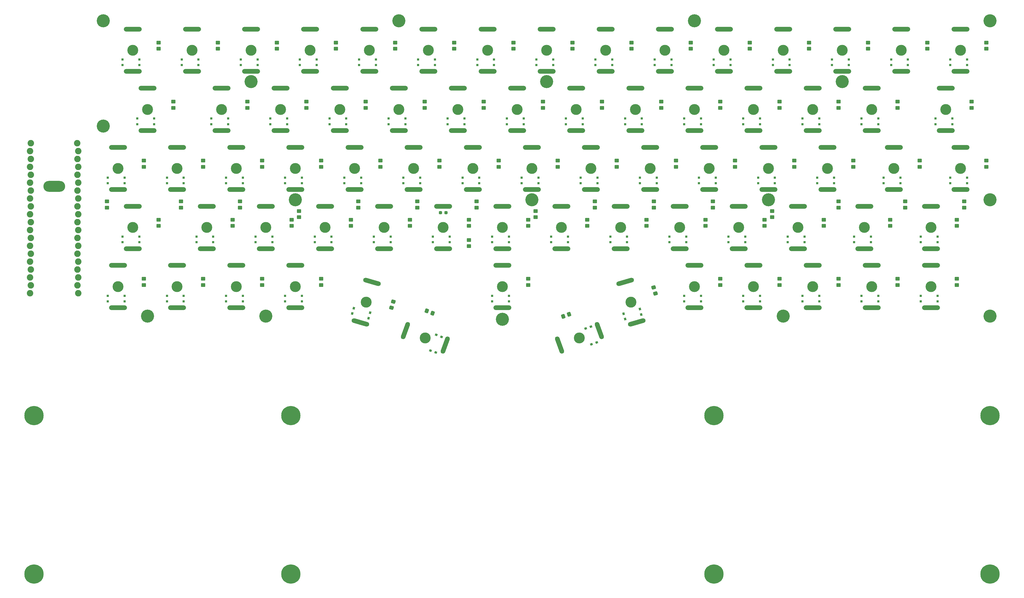
<source format=gts>
G04 #@! TF.GenerationSoftware,KiCad,Pcbnew,(6.0.7-1)-1*
G04 #@! TF.CreationDate,2022-08-16T19:54:09+02:00*
G04 #@! TF.ProjectId,keychron-optical-keyboard,6b657963-6872-46f6-9e2d-6f7074696361,rev?*
G04 #@! TF.SameCoordinates,Original*
G04 #@! TF.FileFunction,Soldermask,Top*
G04 #@! TF.FilePolarity,Negative*
%FSLAX46Y46*%
G04 Gerber Fmt 4.6, Leading zero omitted, Abs format (unit mm)*
G04 Created by KiCad (PCBNEW (6.0.7-1)-1) date 2022-08-16 19:54:09*
%MOMM*%
%LPD*%
G01*
G04 APERTURE LIST*
G04 Aperture macros list*
%AMRoundRect*
0 Rectangle with rounded corners*
0 $1 Rounding radius*
0 $2 $3 $4 $5 $6 $7 $8 $9 X,Y pos of 4 corners*
0 Add a 4 corners polygon primitive as box body*
4,1,4,$2,$3,$4,$5,$6,$7,$8,$9,$2,$3,0*
0 Add four circle primitives for the rounded corners*
1,1,$1+$1,$2,$3*
1,1,$1+$1,$4,$5*
1,1,$1+$1,$6,$7*
1,1,$1+$1,$8,$9*
0 Add four rect primitives between the rounded corners*
20,1,$1+$1,$2,$3,$4,$5,0*
20,1,$1+$1,$4,$5,$6,$7,0*
20,1,$1+$1,$6,$7,$8,$9,0*
20,1,$1+$1,$8,$9,$2,$3,0*%
%AMHorizOval*
0 Thick line with rounded ends*
0 $1 width*
0 $2 $3 position (X,Y) of the first rounded end (center of the circle)*
0 $4 $5 position (X,Y) of the second rounded end (center of the circle)*
0 Add line between two ends*
20,1,$1,$2,$3,$4,$5,0*
0 Add two circle primitives to create the rounded ends*
1,1,$1,$2,$3*
1,1,$1,$4,$5*%
%AMRotRect*
0 Rectangle, with rotation*
0 The origin of the aperture is its center*
0 $1 length*
0 $2 width*
0 $3 Rotation angle, in degrees counterclockwise*
0 Add horizontal line*
21,1,$1,$2,0,0,$3*%
G04 Aperture macros list end*
%ADD10RoundRect,0.250000X0.450000X-0.350000X0.450000X0.350000X-0.450000X0.350000X-0.450000X-0.350000X0*%
%ADD11C,4.200000*%
%ADD12RoundRect,0.250000X-0.450000X0.350000X-0.450000X-0.350000X0.450000X-0.350000X0.450000X0.350000X0*%
%ADD13C,6.200000*%
%ADD14O,5.800000X1.500000*%
%ADD15C,3.500000*%
%ADD16R,0.700000X0.800000*%
%ADD17HorizOval,1.500000X0.735343X2.020339X-0.735343X-2.020339X0*%
%ADD18RotRect,0.700000X0.800000X70.000000*%
%ADD19RoundRect,0.237500X-0.287500X-0.237500X0.287500X-0.237500X0.287500X0.237500X-0.287500X0.237500X0*%
%ADD20RoundRect,0.250000X-0.529041X0.212405X-0.336095X-0.460478X0.529041X-0.212405X0.336095X0.460478X0*%
%ADD21HorizOval,1.500000X-0.735343X2.020339X0.735343X-2.020339X0*%
%ADD22RotRect,0.700000X0.800000X110.000000*%
%ADD23RoundRect,0.250000X-0.482801X-0.303155X0.174983X-0.542569X0.482801X0.303155X-0.174983X0.542569X0*%
%ADD24RoundRect,0.250000X-0.174983X-0.542569X0.482801X-0.303155X0.174983X0.542569X-0.482801X0.303155X0*%
%ADD25HorizOval,1.500000X2.066713X0.592620X-2.066713X-0.592620X0*%
%ADD26RotRect,0.700000X0.800000X16.000000*%
%ADD27RoundRect,0.250000X-0.336095X0.460478X-0.529041X-0.212405X0.336095X-0.460478X0.529041X0.212405X0*%
%ADD28HorizOval,1.500000X2.066713X-0.592620X-2.066713X0.592620X0*%
%ADD29RotRect,0.700000X0.800000X344.000000*%
%ADD30O,7.000000X3.500000*%
%ADD31C,2.082800*%
G04 APERTURE END LIST*
D10*
X186450000Y-50600000D03*
X186450000Y-48600000D03*
D11*
X9500000Y9500000D03*
D12*
X32049999Y-16500000D03*
X32049999Y-18500000D03*
X288550000Y-16500000D03*
X288550000Y-18500000D03*
D13*
X-12750000Y-168500000D03*
D14*
X266000000Y-6800000D03*
D15*
X266000000Y0D03*
D14*
X266000000Y6800000D03*
D16*
X268100000Y-2950000D03*
X268100000Y-4750000D03*
X262700000Y-4750000D03*
X262700000Y-2950000D03*
D12*
X79550000Y-73500000D03*
X79550000Y-75500000D03*
D11*
X294500000Y9500000D03*
D12*
X217300000Y2500000D03*
X217300000Y500000D03*
D11*
X9500000Y-24350000D03*
D12*
X41550000Y-73500000D03*
X41550000Y-75500000D03*
X79550000Y-35500000D03*
X79550000Y-37500000D03*
D13*
X205750000Y-117500000D03*
D15*
X14250000Y-38000000D03*
D14*
X14250000Y-44800000D03*
X14250000Y-31200000D03*
D16*
X16350000Y-40950000D03*
X16350000Y-42750000D03*
X10950000Y-42750000D03*
X10950000Y-40950000D03*
D12*
X160300000Y2500000D03*
X160300000Y500000D03*
D10*
X127050000Y-63000000D03*
X127050000Y-61000000D03*
D15*
X275500000Y-76000000D03*
D14*
X275500000Y-82800000D03*
X275500000Y-69200000D03*
D16*
X277600000Y-78950000D03*
X277600000Y-80750000D03*
X272200000Y-80750000D03*
X272200000Y-78950000D03*
D12*
X245800000Y-73500000D03*
X245800000Y-75500000D03*
D14*
X90250000Y-31200000D03*
X90250000Y-44800000D03*
D15*
X90250000Y-38000000D03*
D16*
X92350000Y-40950000D03*
X92350000Y-42750000D03*
X86950000Y-42750000D03*
X86950000Y-40950000D03*
D15*
X137750000Y-57000000D03*
D14*
X137750000Y-63800000D03*
X137750000Y-50200000D03*
D16*
X139850000Y-59950000D03*
X139850000Y-61750000D03*
X134450000Y-61750000D03*
X134450000Y-59950000D03*
D12*
X131800000Y-16500000D03*
X131800000Y-18500000D03*
X60550000Y-35500000D03*
X60550000Y-37500000D03*
D15*
X133000000Y0D03*
D14*
X133000000Y6800000D03*
X133000000Y-6800000D03*
D16*
X135100000Y-2950000D03*
X135100000Y-4750000D03*
X129700000Y-4750000D03*
X129700000Y-2950000D03*
D14*
X71250000Y-82800000D03*
X71250000Y-69200000D03*
D15*
X71250000Y-76000000D03*
D16*
X73350000Y-78950000D03*
X73350000Y-80750000D03*
X67950000Y-80750000D03*
X67950000Y-78950000D03*
D12*
X141300000Y2500000D03*
X141300000Y500000D03*
D11*
X199500000Y9500000D03*
D14*
X199500000Y-69200000D03*
X199500000Y-82800000D03*
D15*
X199500000Y-76000000D03*
D16*
X201600000Y-78950000D03*
X201600000Y-80750000D03*
X196200000Y-80750000D03*
X196200000Y-78950000D03*
D12*
X198300000Y2500000D03*
X198300000Y500000D03*
D14*
X280250000Y-12200000D03*
X280250000Y-25800000D03*
D15*
X280250000Y-19000000D03*
D16*
X282350000Y-21950000D03*
X282350000Y-23750000D03*
X276950000Y-23750000D03*
X276950000Y-21950000D03*
D13*
X294500000Y-168500000D03*
D15*
X185250000Y-38000000D03*
D14*
X185250000Y-44800000D03*
X185250000Y-31200000D03*
D16*
X187350000Y-40950000D03*
X187350000Y-42750000D03*
X181950000Y-42750000D03*
X181950000Y-40950000D03*
D12*
X27300000Y2500000D03*
X27300000Y500000D03*
D10*
X286200000Y-50600000D03*
X286200000Y-48600000D03*
D15*
X128250000Y-38000000D03*
D14*
X128250000Y-44800000D03*
X128250000Y-31200000D03*
D16*
X130350000Y-40950000D03*
X130350000Y-42750000D03*
X124950000Y-42750000D03*
X124950000Y-40950000D03*
D12*
X283800000Y-54500000D03*
X283800000Y-56500000D03*
D14*
X152000000Y-6800000D03*
D15*
X152000000Y0D03*
D14*
X152000000Y6800000D03*
D16*
X154100000Y-2950000D03*
X154100000Y-4750000D03*
X148700000Y-4750000D03*
X148700000Y-2950000D03*
D17*
X119389910Y-94825737D03*
D15*
X113000000Y-92500000D03*
D17*
X106610090Y-90174263D03*
D18*
X116490336Y-91535605D03*
X118181782Y-92151241D03*
X116334873Y-97225581D03*
X114643427Y-96609945D03*
D12*
X84300000Y2500000D03*
X84300000Y500000D03*
D14*
X285000000Y6800000D03*
X285000000Y-6800000D03*
D15*
X285000000Y0D03*
D16*
X287100000Y-2950000D03*
X287100000Y-4750000D03*
X281700000Y-4750000D03*
X281700000Y-2950000D03*
D14*
X85500000Y-25800000D03*
D15*
X85500000Y-19000000D03*
D14*
X85500000Y-12200000D03*
D16*
X87600000Y-21950000D03*
X87600000Y-23750000D03*
X82200000Y-23750000D03*
X82200000Y-21950000D03*
D14*
X218500000Y-69200000D03*
D15*
X218500000Y-76000000D03*
D14*
X218500000Y-82800000D03*
D16*
X220600000Y-78950000D03*
X220600000Y-80750000D03*
X215200000Y-80750000D03*
X215200000Y-78950000D03*
D12*
X93800000Y-16500000D03*
X93800000Y-18500000D03*
D10*
X91450000Y-50600000D03*
X91450000Y-48600000D03*
X167450000Y-50600000D03*
X167450000Y-48600000D03*
D15*
X247000000Y0D03*
D14*
X247000000Y6800000D03*
X247000000Y-6800000D03*
D16*
X249100000Y-2950000D03*
X249100000Y-4750000D03*
X243700000Y-4750000D03*
X243700000Y-2950000D03*
D15*
X99750000Y-57000000D03*
D14*
X99750000Y-63800000D03*
X99750000Y-50200000D03*
D16*
X101850000Y-59950000D03*
X101850000Y-61750000D03*
X96450000Y-61750000D03*
X96450000Y-59950000D03*
D12*
X293300000Y2500000D03*
X293300000Y500000D03*
D14*
X285000000Y-31200000D03*
X285000000Y-44800000D03*
D15*
X285000000Y-38000000D03*
D16*
X287100000Y-40950000D03*
X287100000Y-42750000D03*
X281700000Y-42750000D03*
X281700000Y-40950000D03*
D12*
X117550000Y-35500000D03*
X117550000Y-37500000D03*
D15*
X275500000Y-57000000D03*
D14*
X275500000Y-63800000D03*
X275500000Y-50200000D03*
D16*
X277600000Y-59950000D03*
X277600000Y-61750000D03*
X272200000Y-61750000D03*
X272200000Y-59950000D03*
D12*
X146050000Y-73500000D03*
X146050000Y-75500000D03*
X174550000Y-35500000D03*
X174550000Y-37500000D03*
X271925000Y-35500000D03*
X271925000Y-37500000D03*
D11*
X137750000Y-86500000D03*
D12*
X122300000Y2500000D03*
X122300000Y500000D03*
D14*
X104500000Y-25800000D03*
X104500000Y-12200000D03*
D15*
X104500000Y-19000000D03*
D16*
X106600000Y-21950000D03*
X106600000Y-23750000D03*
X101200000Y-23750000D03*
X101200000Y-21950000D03*
D11*
X61750000Y-85500000D03*
D15*
X218500000Y-19000000D03*
D14*
X218500000Y-12200000D03*
X218500000Y-25800000D03*
D16*
X220600000Y-21950000D03*
X220600000Y-23750000D03*
X215200000Y-23750000D03*
X215200000Y-21950000D03*
D10*
X205450000Y-50600000D03*
X205450000Y-48600000D03*
D14*
X237500000Y-25800000D03*
D15*
X237500000Y-19000000D03*
D14*
X237500000Y-12200000D03*
D16*
X239600000Y-21950000D03*
X239600000Y-23750000D03*
X234200000Y-23750000D03*
X234200000Y-21950000D03*
D11*
X71250000Y-48100000D03*
D15*
X242250000Y-38000000D03*
D14*
X242250000Y-31200000D03*
X242250000Y-44800000D03*
D16*
X244350000Y-40950000D03*
X244350000Y-42750000D03*
X238950000Y-42750000D03*
X238950000Y-40950000D03*
D12*
X231550000Y-35500000D03*
X231550000Y-37500000D03*
D11*
X223250000Y-48100000D03*
D14*
X38000000Y6800000D03*
D15*
X38000000Y0D03*
D14*
X38000000Y-6800000D03*
D16*
X40100000Y-2950000D03*
X40100000Y-4750000D03*
X34700000Y-4750000D03*
X34700000Y-2950000D03*
D19*
X117875000Y-52200000D03*
X119625000Y-52200000D03*
D14*
X61750000Y-50200000D03*
X61750000Y-63800000D03*
D15*
X61750000Y-57000000D03*
D16*
X63850000Y-59950000D03*
X63850000Y-61750000D03*
X58450000Y-61750000D03*
X58450000Y-59950000D03*
D14*
X147250000Y-31200000D03*
X147250000Y-44800000D03*
D15*
X147250000Y-38000000D03*
D16*
X149350000Y-40950000D03*
X149350000Y-42750000D03*
X143950000Y-42750000D03*
X143950000Y-40950000D03*
D14*
X114000000Y-6800000D03*
X114000000Y6800000D03*
D15*
X114000000Y0D03*
D16*
X116100000Y-2950000D03*
X116100000Y-4750000D03*
X110700000Y-4750000D03*
X110700000Y-2950000D03*
D12*
X293300000Y-35500000D03*
X293300000Y-37500000D03*
X226800000Y-16500000D03*
X226800000Y-18500000D03*
D15*
X256500000Y-19000000D03*
D14*
X256500000Y-25800000D03*
X256500000Y-12200000D03*
D16*
X258600000Y-21950000D03*
X258600000Y-23750000D03*
X253200000Y-23750000D03*
X253200000Y-21950000D03*
D12*
X103300000Y2500000D03*
X103300000Y500000D03*
D14*
X161500000Y-25800000D03*
X161500000Y-12200000D03*
D15*
X161500000Y-19000000D03*
D16*
X163600000Y-21950000D03*
X163600000Y-23750000D03*
X158200000Y-23750000D03*
X158200000Y-21950000D03*
D12*
X264800000Y-73500000D03*
X264800000Y-75500000D03*
D20*
X186389379Y-76309055D03*
X186940653Y-78231579D03*
D14*
X137750000Y-69200000D03*
X137750000Y-82800000D03*
D15*
X137750000Y-76000000D03*
D16*
X139850000Y-78950000D03*
X139850000Y-80750000D03*
X134450000Y-80750000D03*
X134450000Y-78950000D03*
D12*
X283800000Y-73500000D03*
X283800000Y-75500000D03*
X112800000Y-16500000D03*
X112800000Y-18500000D03*
X41550000Y-35500000D03*
X41550000Y-37500000D03*
D14*
X171000000Y-6800000D03*
D15*
X171000000Y0D03*
D14*
X171000000Y6800000D03*
D16*
X173100000Y-2950000D03*
X173100000Y-4750000D03*
X167700000Y-4750000D03*
X167700000Y-2950000D03*
D12*
X27300000Y-54500000D03*
X27300000Y-56500000D03*
X65300000Y2500000D03*
X65300000Y500000D03*
X55800000Y-16500000D03*
X55800000Y-18500000D03*
D15*
X42750000Y-57000000D03*
D14*
X42750000Y-63800000D03*
X42750000Y-50200000D03*
D16*
X44850000Y-59950000D03*
X44850000Y-61750000D03*
X39450000Y-61750000D03*
X39450000Y-59950000D03*
D15*
X199500000Y-19000000D03*
D14*
X199500000Y-25800000D03*
X199500000Y-12200000D03*
D16*
X201600000Y-21950000D03*
X201600000Y-23750000D03*
X196200000Y-23750000D03*
X196200000Y-21950000D03*
D14*
X52250000Y-31200000D03*
D15*
X52250000Y-38000000D03*
D14*
X52250000Y-44800000D03*
D16*
X54350000Y-40950000D03*
X54350000Y-42750000D03*
X48950000Y-42750000D03*
X48950000Y-40950000D03*
D13*
X-12750000Y-117500000D03*
D14*
X166250000Y-44800000D03*
D15*
X166250000Y-38000000D03*
D14*
X166250000Y-31200000D03*
D16*
X168350000Y-40950000D03*
X168350000Y-42750000D03*
X162950000Y-42750000D03*
X162950000Y-40950000D03*
D10*
X10700000Y-50600000D03*
X10700000Y-48600000D03*
D14*
X66500000Y-12200000D03*
D15*
X66500000Y-19000000D03*
D14*
X66500000Y-25800000D03*
D16*
X68600000Y-21950000D03*
X68600000Y-23750000D03*
X63200000Y-23750000D03*
X63200000Y-21950000D03*
D12*
X22550000Y-35500000D03*
X22550000Y-37500000D03*
D14*
X194750000Y-63800000D03*
D15*
X194750000Y-57000000D03*
D14*
X194750000Y-50200000D03*
D16*
X196850000Y-59950000D03*
X196850000Y-61750000D03*
X191450000Y-61750000D03*
X191450000Y-59950000D03*
D10*
X72450000Y-53700000D03*
X72450000Y-51700000D03*
D12*
X207800000Y-16500000D03*
X207800000Y-18500000D03*
D10*
X245825000Y-50600000D03*
X245825000Y-48600000D03*
X110450000Y-50600000D03*
X110450000Y-48600000D03*
D15*
X209000000Y0D03*
D14*
X209000000Y-6800000D03*
X209000000Y6800000D03*
D16*
X211100000Y-2950000D03*
X211100000Y-4750000D03*
X205700000Y-4750000D03*
X205700000Y-2950000D03*
D14*
X213750000Y-63800000D03*
X213750000Y-50200000D03*
D15*
X213750000Y-57000000D03*
D16*
X215850000Y-59950000D03*
X215850000Y-61750000D03*
X210450000Y-61750000D03*
X210450000Y-59950000D03*
D12*
X250550000Y-35500000D03*
X250550000Y-37500000D03*
D21*
X156110090Y-94825737D03*
D15*
X162500000Y-92500000D03*
D21*
X168889910Y-90174263D03*
D22*
X164553851Y-89517686D03*
X166245298Y-88902050D03*
X168092206Y-93976390D03*
X166400760Y-94592026D03*
D12*
X98550000Y-35500000D03*
X98550000Y-37500000D03*
D15*
X71250000Y-38000000D03*
D14*
X71250000Y-31200000D03*
X71250000Y-44800000D03*
D16*
X73350000Y-40950000D03*
X73350000Y-42750000D03*
X67950000Y-42750000D03*
X67950000Y-40950000D03*
D14*
X118750000Y-63800000D03*
D15*
X118750000Y-57000000D03*
D14*
X118750000Y-50200000D03*
D16*
X120850000Y-59950000D03*
X120850000Y-61750000D03*
X115450000Y-61750000D03*
X115450000Y-59950000D03*
D14*
X228000000Y-6800000D03*
D15*
X228000000Y0D03*
D14*
X228000000Y6800000D03*
D16*
X230100000Y-2950000D03*
X230100000Y-4750000D03*
X224700000Y-4750000D03*
X224700000Y-2950000D03*
D12*
X236300000Y2500000D03*
X236300000Y500000D03*
D15*
X180500000Y-19000000D03*
D14*
X180500000Y-12200000D03*
X180500000Y-25800000D03*
D16*
X182600000Y-21950000D03*
X182600000Y-23750000D03*
X177200000Y-23750000D03*
X177200000Y-21950000D03*
D12*
X241050000Y-54500000D03*
X241050000Y-56500000D03*
X226800000Y-73500000D03*
X226800000Y-75500000D03*
X74800000Y-16500000D03*
X74800000Y-18500000D03*
D11*
X57000000Y-10100000D03*
D23*
X113489535Y-83845501D03*
X115368921Y-84529541D03*
D12*
X188800000Y-16500000D03*
X188800000Y-18500000D03*
X136550000Y-35500000D03*
X136550000Y-37500000D03*
D10*
X34450000Y-50600000D03*
X34450000Y-48600000D03*
D14*
X223250000Y-44800000D03*
X223250000Y-31200000D03*
D15*
X223250000Y-38000000D03*
D16*
X225350000Y-40950000D03*
X225350000Y-42750000D03*
X219950000Y-42750000D03*
X219950000Y-40950000D03*
D12*
X70050000Y-54500000D03*
X70050000Y-56500000D03*
D11*
X294500000Y-85500000D03*
D12*
X155550000Y-35500000D03*
X155550000Y-37500000D03*
D11*
X147250000Y-48100000D03*
D13*
X69750000Y-117500000D03*
D15*
X57000000Y0D03*
D14*
X57000000Y-6800000D03*
X57000000Y6800000D03*
D16*
X59100000Y-2950000D03*
X59100000Y-4750000D03*
X53700000Y-4750000D03*
X53700000Y-2950000D03*
D12*
X212550000Y-35500000D03*
X212550000Y-37500000D03*
D15*
X80750000Y-57000000D03*
D14*
X80750000Y-63800000D03*
X80750000Y-50200000D03*
D16*
X82850000Y-59950000D03*
X82850000Y-61750000D03*
X77450000Y-61750000D03*
X77450000Y-59950000D03*
D12*
X245800000Y-16500000D03*
X245800000Y-18500000D03*
X184050000Y-54500000D03*
X184050000Y-56500000D03*
D24*
X157312001Y-85555601D03*
X159191387Y-84871561D03*
D14*
X19000000Y-6800000D03*
X19000000Y6800000D03*
D15*
X19000000Y0D03*
D16*
X21100000Y-2950000D03*
X21100000Y-4750000D03*
X15700000Y-4750000D03*
X15700000Y-2950000D03*
D12*
X127050000Y-54500000D03*
X127050000Y-56500000D03*
D14*
X76000000Y6800000D03*
D15*
X76000000Y0D03*
D14*
X76000000Y-6800000D03*
D16*
X78100000Y-2950000D03*
X78100000Y-4750000D03*
X72700000Y-4750000D03*
X72700000Y-2950000D03*
D15*
X19000000Y-57000000D03*
D14*
X19000000Y-63800000D03*
X19000000Y-50200000D03*
D16*
X21100000Y-59950000D03*
X21100000Y-61750000D03*
X15700000Y-61750000D03*
X15700000Y-59950000D03*
D14*
X33250000Y-31200000D03*
X33250000Y-44800000D03*
D15*
X33250000Y-38000000D03*
D16*
X35350000Y-40950000D03*
X35350000Y-42750000D03*
X29950000Y-42750000D03*
X29950000Y-40950000D03*
D12*
X262425000Y-54500000D03*
X262425000Y-56500000D03*
X207800000Y-73500000D03*
X207800000Y-75500000D03*
D10*
X148450000Y-53700000D03*
X148450000Y-51700000D03*
D12*
X22550000Y-73500000D03*
X22550000Y-75500000D03*
D11*
X152000000Y-10100000D03*
D14*
X204250000Y-44800000D03*
X204250000Y-31200000D03*
D15*
X204250000Y-38000000D03*
D16*
X206350000Y-40950000D03*
X206350000Y-42750000D03*
X200950000Y-42750000D03*
X200950000Y-40950000D03*
D11*
X104500000Y9500000D03*
D12*
X222050000Y-54500000D03*
X222050000Y-56500000D03*
D14*
X52250000Y-69200000D03*
X52250000Y-82800000D03*
D15*
X52250000Y-76000000D03*
D16*
X54350000Y-78950000D03*
X54350000Y-80750000D03*
X48950000Y-80750000D03*
X48950000Y-78950000D03*
D12*
X60550000Y-73500000D03*
X60550000Y-75500000D03*
D14*
X190000000Y-6800000D03*
X190000000Y6800000D03*
D15*
X190000000Y0D03*
D16*
X192100000Y-2950000D03*
X192100000Y-4750000D03*
X186700000Y-4750000D03*
X186700000Y-2950000D03*
D12*
X46300000Y2500000D03*
X46300000Y500000D03*
X150800000Y-16500000D03*
X150800000Y-18500000D03*
D14*
X23750000Y-25800000D03*
D15*
X23750000Y-19000000D03*
D14*
X23750000Y-12200000D03*
D16*
X25850000Y-21950000D03*
X25850000Y-23750000D03*
X20450000Y-23750000D03*
X20450000Y-21950000D03*
D15*
X237500000Y-76000000D03*
D14*
X237500000Y-69200000D03*
X237500000Y-82800000D03*
D16*
X239600000Y-78950000D03*
X239600000Y-80750000D03*
X234200000Y-80750000D03*
X234200000Y-78950000D03*
D15*
X33250000Y-76000000D03*
D14*
X33250000Y-69200000D03*
X33250000Y-82800000D03*
D16*
X35350000Y-78950000D03*
X35350000Y-80750000D03*
X29950000Y-80750000D03*
X29950000Y-78950000D03*
D11*
X23750000Y-85500000D03*
D10*
X129450000Y-50600000D03*
X129450000Y-48600000D03*
D11*
X294500000Y-48100000D03*
D12*
X108050000Y-54500000D03*
X108050000Y-56500000D03*
D15*
X254125000Y-57000000D03*
D14*
X254125000Y-63800000D03*
X254125000Y-50200000D03*
D16*
X256225000Y-59950000D03*
X256225000Y-61750000D03*
X250825000Y-61750000D03*
X250825000Y-59950000D03*
D12*
X146050000Y-54500000D03*
X146050000Y-56500000D03*
X255300000Y2500000D03*
X255300000Y500000D03*
X264800000Y-16500000D03*
X264800000Y-18500000D03*
D10*
X53450000Y-50600000D03*
X53450000Y-48600000D03*
D14*
X256500000Y-82800000D03*
D15*
X256500000Y-76000000D03*
D14*
X256500000Y-69200000D03*
D16*
X258600000Y-78950000D03*
X258600000Y-80750000D03*
X253200000Y-80750000D03*
X253200000Y-78950000D03*
D15*
X47500000Y-19000000D03*
D14*
X47500000Y-12200000D03*
X47500000Y-25800000D03*
D16*
X49600000Y-21950000D03*
X49600000Y-23750000D03*
X44200000Y-23750000D03*
X44200000Y-21950000D03*
D11*
X247000000Y-10100000D03*
D14*
X175750000Y-50200000D03*
D15*
X175750000Y-57000000D03*
D14*
X175750000Y-63800000D03*
D16*
X177850000Y-59950000D03*
X177850000Y-61750000D03*
X172450000Y-61750000D03*
X172450000Y-59950000D03*
D13*
X294500000Y-117500000D03*
D12*
X193550000Y-35500000D03*
X193550000Y-37500000D03*
D25*
X177225666Y-74463420D03*
X180974334Y-87536580D03*
D15*
X179100000Y-81000000D03*
D26*
X181931780Y-83256884D03*
X182427927Y-84987155D03*
X177237114Y-86475596D03*
X176740967Y-84745325D03*
D12*
X169800000Y-16500000D03*
X169800000Y-18500000D03*
X203050000Y-54500000D03*
X203050000Y-56500000D03*
X51050000Y-54500000D03*
X51050000Y-56500000D03*
D11*
X228000000Y-85500000D03*
D14*
X14250000Y-82800000D03*
D15*
X14250000Y-76000000D03*
D14*
X14250000Y-69200000D03*
D16*
X16350000Y-78950000D03*
X16350000Y-80750000D03*
X10950000Y-80750000D03*
X10950000Y-78950000D03*
D27*
X102692565Y-80884636D03*
X102141291Y-82807160D03*
D14*
X156750000Y-63800000D03*
D15*
X156750000Y-57000000D03*
D14*
X156750000Y-50200000D03*
D16*
X158850000Y-59950000D03*
X158850000Y-61750000D03*
X153450000Y-61750000D03*
X153450000Y-59950000D03*
D12*
X179300000Y2500000D03*
X179300000Y500000D03*
D13*
X69750000Y-168500000D03*
D15*
X94025000Y-81000000D03*
D28*
X95899334Y-74463420D03*
X92150666Y-87536580D03*
D29*
X95230519Y-84414560D03*
X94734372Y-86144832D03*
X89543559Y-84656390D03*
X90039706Y-82926119D03*
D13*
X205750000Y-168500000D03*
D12*
X89050000Y-54500000D03*
X89050000Y-56500000D03*
D14*
X123500000Y-12200000D03*
X123500000Y-25800000D03*
D15*
X123500000Y-19000000D03*
D16*
X125600000Y-21950000D03*
X125600000Y-23750000D03*
X120200000Y-23750000D03*
X120200000Y-21950000D03*
D30*
X-6250000Y-43750000D03*
D31*
X1150000Y-29900000D03*
X1497000Y-32440000D03*
X1243000Y-34980000D03*
X1497000Y-37520000D03*
X1243000Y-40060000D03*
X1497000Y-42600000D03*
X1243000Y-45140000D03*
X1497000Y-47680000D03*
X1243000Y-50220000D03*
X1497000Y-52760000D03*
X1243000Y-55300000D03*
X1497000Y-57840000D03*
X1243000Y-60380000D03*
X1497000Y-62920000D03*
X1243000Y-65460000D03*
X1497000Y-68000000D03*
X1243000Y-70540000D03*
X1497000Y-73080000D03*
X1243000Y-75620000D03*
X1497000Y-78160000D03*
X-13997000Y-78160000D03*
X-13743000Y-75620000D03*
X-13997000Y-73080000D03*
X-13743000Y-70540000D03*
X-13997000Y-68000000D03*
X-13743000Y-65460000D03*
X-13997000Y-62920000D03*
X-13743000Y-60380000D03*
X-13997000Y-57840000D03*
X-13743000Y-55300000D03*
X-13997000Y-52760000D03*
X-13743000Y-50220000D03*
X-13997000Y-47680000D03*
X-13743000Y-45140000D03*
X-13997000Y-42600000D03*
X-13743000Y-40060000D03*
X-13997000Y-37520000D03*
X-13743000Y-34980000D03*
X-13997000Y-32440000D03*
X-13750000Y-29900000D03*
D10*
X224450000Y-53700000D03*
X224450000Y-51700000D03*
D12*
X165050000Y-54500000D03*
X165050000Y-56500000D03*
X274300000Y2500000D03*
X274300000Y500000D03*
D15*
X142500000Y-19000000D03*
D14*
X142500000Y-12200000D03*
X142500000Y-25800000D03*
D16*
X144600000Y-21950000D03*
X144600000Y-23750000D03*
X139200000Y-23750000D03*
X139200000Y-21950000D03*
D10*
X267200000Y-50600000D03*
X267200000Y-48600000D03*
D14*
X263625000Y-31200000D03*
X263625000Y-44800000D03*
D15*
X263625000Y-38000000D03*
D16*
X265725000Y-40950000D03*
X265725000Y-42750000D03*
X260325000Y-42750000D03*
X260325000Y-40950000D03*
D14*
X232750000Y-50200000D03*
X232750000Y-63800000D03*
D15*
X232750000Y-57000000D03*
D16*
X234850000Y-59950000D03*
X234850000Y-61750000D03*
X229450000Y-61750000D03*
X229450000Y-59950000D03*
D14*
X95000000Y-6800000D03*
D15*
X95000000Y0D03*
D14*
X95000000Y6800000D03*
D16*
X97100000Y-2950000D03*
X97100000Y-4750000D03*
X91700000Y-4750000D03*
X91700000Y-2950000D03*
D14*
X109250000Y-44800000D03*
D15*
X109250000Y-38000000D03*
D14*
X109250000Y-31200000D03*
D16*
X111350000Y-40950000D03*
X111350000Y-42750000D03*
X105950000Y-42750000D03*
X105950000Y-40950000D03*
M02*

</source>
